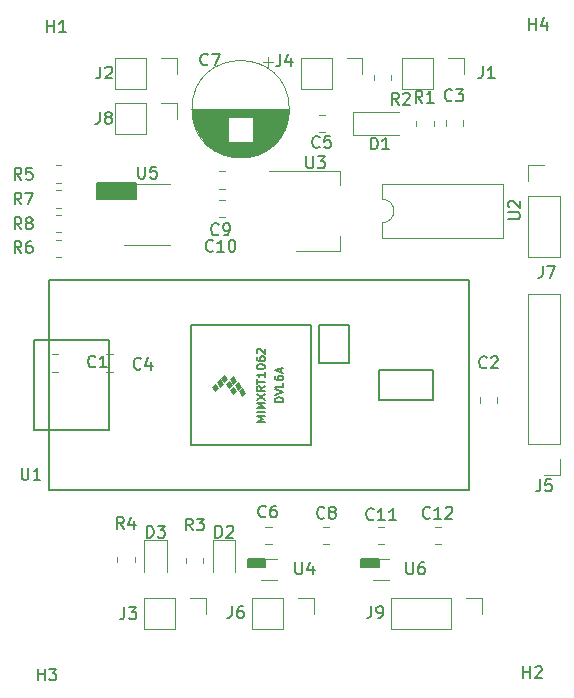
<source format=gbr>
%TF.GenerationSoftware,KiCad,Pcbnew,6.99.0-unknown-e4798199c6~148~ubuntu20.04.1*%
%TF.CreationDate,2022-06-12T18:05:56+02:00*%
%TF.ProjectId,MTRON_PCB,4d54524f-4e5f-4504-9342-2e6b69636164,rev?*%
%TF.SameCoordinates,Original*%
%TF.FileFunction,Legend,Top*%
%TF.FilePolarity,Positive*%
%FSLAX46Y46*%
G04 Gerber Fmt 4.6, Leading zero omitted, Abs format (unit mm)*
G04 Created by KiCad (PCBNEW 6.99.0-unknown-e4798199c6~148~ubuntu20.04.1) date 2022-06-12 18:05:56*
%MOMM*%
%LPD*%
G01*
G04 APERTURE LIST*
%ADD10C,0.150000*%
%ADD11C,0.120000*%
%ADD12C,0.100000*%
G04 APERTURE END LIST*
D10*
X137140000Y-108640000D02*
X138590000Y-108640000D01*
X138590000Y-108640000D02*
X138590000Y-109350000D01*
X138590000Y-109350000D02*
X137140000Y-109350000D01*
X137140000Y-109350000D02*
X137140000Y-108640000D01*
G36*
X137140000Y-108640000D02*
G01*
X138590000Y-108640000D01*
X138590000Y-109350000D01*
X137140000Y-109350000D01*
X137140000Y-108640000D01*
G37*
X146700000Y-108680000D02*
X148220000Y-108680000D01*
X148220000Y-108680000D02*
X148220000Y-109390000D01*
X148220000Y-109390000D02*
X146700000Y-109390000D01*
X146700000Y-109390000D02*
X146700000Y-108680000D01*
G36*
X146700000Y-108680000D02*
G01*
X148220000Y-108680000D01*
X148220000Y-109390000D01*
X146700000Y-109390000D01*
X146700000Y-108680000D01*
G37*
X124300000Y-76820000D02*
X127640000Y-76820000D01*
X127640000Y-76820000D02*
X127640000Y-78170000D01*
X127640000Y-78170000D02*
X124300000Y-78170000D01*
X124300000Y-78170000D02*
X124300000Y-76820000D01*
G36*
X124300000Y-76820000D02*
G01*
X127640000Y-76820000D01*
X127640000Y-78170000D01*
X124300000Y-78170000D01*
X124300000Y-76820000D01*
G37*
%TO.C,H3*%
X119338095Y-118967380D02*
X119338095Y-117967380D01*
X119338095Y-118443571D02*
X119909523Y-118443571D01*
X119909523Y-118967380D02*
X119909523Y-117967380D01*
X120290476Y-117967380D02*
X120909523Y-117967380D01*
X120909523Y-117967380D02*
X120576190Y-118348333D01*
X120576190Y-118348333D02*
X120719047Y-118348333D01*
X120719047Y-118348333D02*
X120814285Y-118395952D01*
X120814285Y-118395952D02*
X120861904Y-118443571D01*
X120861904Y-118443571D02*
X120909523Y-118538809D01*
X120909523Y-118538809D02*
X120909523Y-118776904D01*
X120909523Y-118776904D02*
X120861904Y-118872142D01*
X120861904Y-118872142D02*
X120814285Y-118919761D01*
X120814285Y-118919761D02*
X120719047Y-118967380D01*
X120719047Y-118967380D02*
X120433333Y-118967380D01*
X120433333Y-118967380D02*
X120338095Y-118919761D01*
X120338095Y-118919761D02*
X120290476Y-118872142D01*
%TO.C,H2*%
X160438095Y-118767380D02*
X160438095Y-117767380D01*
X160438095Y-118243571D02*
X161009523Y-118243571D01*
X161009523Y-118767380D02*
X161009523Y-117767380D01*
X161438095Y-117862619D02*
X161485714Y-117815000D01*
X161485714Y-117815000D02*
X161580952Y-117767380D01*
X161580952Y-117767380D02*
X161819047Y-117767380D01*
X161819047Y-117767380D02*
X161914285Y-117815000D01*
X161914285Y-117815000D02*
X161961904Y-117862619D01*
X161961904Y-117862619D02*
X162009523Y-117957857D01*
X162009523Y-117957857D02*
X162009523Y-118053095D01*
X162009523Y-118053095D02*
X161961904Y-118195952D01*
X161961904Y-118195952D02*
X161390476Y-118767380D01*
X161390476Y-118767380D02*
X162009523Y-118767380D01*
%TO.C,H4*%
X160938095Y-63867380D02*
X160938095Y-62867380D01*
X160938095Y-63343571D02*
X161509523Y-63343571D01*
X161509523Y-63867380D02*
X161509523Y-62867380D01*
X162414285Y-63200714D02*
X162414285Y-63867380D01*
X162176190Y-62819761D02*
X161938095Y-63534047D01*
X161938095Y-63534047D02*
X162557142Y-63534047D01*
%TO.C,H1*%
X120138095Y-64067380D02*
X120138095Y-63067380D01*
X120138095Y-63543571D02*
X120709523Y-63543571D01*
X120709523Y-64067380D02*
X120709523Y-63067380D01*
X121709523Y-64067380D02*
X121138095Y-64067380D01*
X121423809Y-64067380D02*
X121423809Y-63067380D01*
X121423809Y-63067380D02*
X121328571Y-63210238D01*
X121328571Y-63210238D02*
X121233333Y-63305476D01*
X121233333Y-63305476D02*
X121138095Y-63353095D01*
%TO.C,J2*%
X124616666Y-66987380D02*
X124616666Y-67701666D01*
X124616666Y-67701666D02*
X124569047Y-67844523D01*
X124569047Y-67844523D02*
X124473809Y-67939761D01*
X124473809Y-67939761D02*
X124330952Y-67987380D01*
X124330952Y-67987380D02*
X124235714Y-67987380D01*
X125045238Y-67082619D02*
X125092857Y-67035000D01*
X125092857Y-67035000D02*
X125188095Y-66987380D01*
X125188095Y-66987380D02*
X125426190Y-66987380D01*
X125426190Y-66987380D02*
X125521428Y-67035000D01*
X125521428Y-67035000D02*
X125569047Y-67082619D01*
X125569047Y-67082619D02*
X125616666Y-67177857D01*
X125616666Y-67177857D02*
X125616666Y-67273095D01*
X125616666Y-67273095D02*
X125569047Y-67415952D01*
X125569047Y-67415952D02*
X124997619Y-67987380D01*
X124997619Y-67987380D02*
X125616666Y-67987380D01*
%TO.C,J7*%
X162066666Y-83867380D02*
X162066666Y-84581666D01*
X162066666Y-84581666D02*
X162019047Y-84724523D01*
X162019047Y-84724523D02*
X161923809Y-84819761D01*
X161923809Y-84819761D02*
X161780952Y-84867380D01*
X161780952Y-84867380D02*
X161685714Y-84867380D01*
X162447619Y-83867380D02*
X163114285Y-83867380D01*
X163114285Y-83867380D02*
X162685714Y-84867380D01*
%TO.C,R7*%
X117933333Y-78667380D02*
X117600000Y-78191190D01*
X117361905Y-78667380D02*
X117361905Y-77667380D01*
X117361905Y-77667380D02*
X117742857Y-77667380D01*
X117742857Y-77667380D02*
X117838095Y-77715000D01*
X117838095Y-77715000D02*
X117885714Y-77762619D01*
X117885714Y-77762619D02*
X117933333Y-77857857D01*
X117933333Y-77857857D02*
X117933333Y-78000714D01*
X117933333Y-78000714D02*
X117885714Y-78095952D01*
X117885714Y-78095952D02*
X117838095Y-78143571D01*
X117838095Y-78143571D02*
X117742857Y-78191190D01*
X117742857Y-78191190D02*
X117361905Y-78191190D01*
X118266667Y-77667380D02*
X118933333Y-77667380D01*
X118933333Y-77667380D02*
X118504762Y-78667380D01*
%TO.C,R4*%
X126623333Y-106147380D02*
X126290000Y-105671190D01*
X126051905Y-106147380D02*
X126051905Y-105147380D01*
X126051905Y-105147380D02*
X126432857Y-105147380D01*
X126432857Y-105147380D02*
X126528095Y-105195000D01*
X126528095Y-105195000D02*
X126575714Y-105242619D01*
X126575714Y-105242619D02*
X126623333Y-105337857D01*
X126623333Y-105337857D02*
X126623333Y-105480714D01*
X126623333Y-105480714D02*
X126575714Y-105575952D01*
X126575714Y-105575952D02*
X126528095Y-105623571D01*
X126528095Y-105623571D02*
X126432857Y-105671190D01*
X126432857Y-105671190D02*
X126051905Y-105671190D01*
X127480476Y-105480714D02*
X127480476Y-106147380D01*
X127242381Y-105099761D02*
X127004286Y-105814047D01*
X127004286Y-105814047D02*
X127623333Y-105814047D01*
%TO.C,R3*%
X132443333Y-106267380D02*
X132110000Y-105791190D01*
X131871905Y-106267380D02*
X131871905Y-105267380D01*
X131871905Y-105267380D02*
X132252857Y-105267380D01*
X132252857Y-105267380D02*
X132348095Y-105315000D01*
X132348095Y-105315000D02*
X132395714Y-105362619D01*
X132395714Y-105362619D02*
X132443333Y-105457857D01*
X132443333Y-105457857D02*
X132443333Y-105600714D01*
X132443333Y-105600714D02*
X132395714Y-105695952D01*
X132395714Y-105695952D02*
X132348095Y-105743571D01*
X132348095Y-105743571D02*
X132252857Y-105791190D01*
X132252857Y-105791190D02*
X131871905Y-105791190D01*
X132776667Y-105267380D02*
X133395714Y-105267380D01*
X133395714Y-105267380D02*
X133062381Y-105648333D01*
X133062381Y-105648333D02*
X133205238Y-105648333D01*
X133205238Y-105648333D02*
X133300476Y-105695952D01*
X133300476Y-105695952D02*
X133348095Y-105743571D01*
X133348095Y-105743571D02*
X133395714Y-105838809D01*
X133395714Y-105838809D02*
X133395714Y-106076904D01*
X133395714Y-106076904D02*
X133348095Y-106172142D01*
X133348095Y-106172142D02*
X133300476Y-106219761D01*
X133300476Y-106219761D02*
X133205238Y-106267380D01*
X133205238Y-106267380D02*
X132919524Y-106267380D01*
X132919524Y-106267380D02*
X132824286Y-106219761D01*
X132824286Y-106219761D02*
X132776667Y-106172142D01*
%TO.C,C9*%
X134633333Y-81172142D02*
X134585714Y-81219761D01*
X134585714Y-81219761D02*
X134442857Y-81267380D01*
X134442857Y-81267380D02*
X134347619Y-81267380D01*
X134347619Y-81267380D02*
X134204762Y-81219761D01*
X134204762Y-81219761D02*
X134109524Y-81124523D01*
X134109524Y-81124523D02*
X134061905Y-81029285D01*
X134061905Y-81029285D02*
X134014286Y-80838809D01*
X134014286Y-80838809D02*
X134014286Y-80695952D01*
X134014286Y-80695952D02*
X134061905Y-80505476D01*
X134061905Y-80505476D02*
X134109524Y-80410238D01*
X134109524Y-80410238D02*
X134204762Y-80315000D01*
X134204762Y-80315000D02*
X134347619Y-80267380D01*
X134347619Y-80267380D02*
X134442857Y-80267380D01*
X134442857Y-80267380D02*
X134585714Y-80315000D01*
X134585714Y-80315000D02*
X134633333Y-80362619D01*
X135109524Y-81267380D02*
X135300000Y-81267380D01*
X135300000Y-81267380D02*
X135395238Y-81219761D01*
X135395238Y-81219761D02*
X135442857Y-81172142D01*
X135442857Y-81172142D02*
X135538095Y-81029285D01*
X135538095Y-81029285D02*
X135585714Y-80838809D01*
X135585714Y-80838809D02*
X135585714Y-80457857D01*
X135585714Y-80457857D02*
X135538095Y-80362619D01*
X135538095Y-80362619D02*
X135490476Y-80315000D01*
X135490476Y-80315000D02*
X135395238Y-80267380D01*
X135395238Y-80267380D02*
X135204762Y-80267380D01*
X135204762Y-80267380D02*
X135109524Y-80315000D01*
X135109524Y-80315000D02*
X135061905Y-80362619D01*
X135061905Y-80362619D02*
X135014286Y-80457857D01*
X135014286Y-80457857D02*
X135014286Y-80695952D01*
X135014286Y-80695952D02*
X135061905Y-80791190D01*
X135061905Y-80791190D02*
X135109524Y-80838809D01*
X135109524Y-80838809D02*
X135204762Y-80886428D01*
X135204762Y-80886428D02*
X135395238Y-80886428D01*
X135395238Y-80886428D02*
X135490476Y-80838809D01*
X135490476Y-80838809D02*
X135538095Y-80791190D01*
X135538095Y-80791190D02*
X135585714Y-80695952D01*
%TO.C,U1*%
X117966095Y-100967380D02*
X117966095Y-101776904D01*
X117966095Y-101776904D02*
X118013714Y-101872142D01*
X118013714Y-101872142D02*
X118061333Y-101919761D01*
X118061333Y-101919761D02*
X118156571Y-101967380D01*
X118156571Y-101967380D02*
X118347047Y-101967380D01*
X118347047Y-101967380D02*
X118442285Y-101919761D01*
X118442285Y-101919761D02*
X118489904Y-101872142D01*
X118489904Y-101872142D02*
X118537523Y-101776904D01*
X118537523Y-101776904D02*
X118537523Y-100967380D01*
X119537523Y-101967380D02*
X118966095Y-101967380D01*
X119251809Y-101967380D02*
X119251809Y-100967380D01*
X119251809Y-100967380D02*
X119156571Y-101110238D01*
X119156571Y-101110238D02*
X119061333Y-101205476D01*
X119061333Y-101205476D02*
X118966095Y-101253095D01*
X140085166Y-95380000D02*
X139385166Y-95380000D01*
X139385166Y-95380000D02*
X139385166Y-95213333D01*
X139385166Y-95213333D02*
X139418500Y-95113333D01*
X139418500Y-95113333D02*
X139485166Y-95046667D01*
X139485166Y-95046667D02*
X139551833Y-95013333D01*
X139551833Y-95013333D02*
X139685166Y-94980000D01*
X139685166Y-94980000D02*
X139785166Y-94980000D01*
X139785166Y-94980000D02*
X139918500Y-95013333D01*
X139918500Y-95013333D02*
X139985166Y-95046667D01*
X139985166Y-95046667D02*
X140051833Y-95113333D01*
X140051833Y-95113333D02*
X140085166Y-95213333D01*
X140085166Y-95213333D02*
X140085166Y-95380000D01*
X139385166Y-94780000D02*
X140085166Y-94546667D01*
X140085166Y-94546667D02*
X139385166Y-94313333D01*
X140085166Y-93746667D02*
X140085166Y-94080000D01*
X140085166Y-94080000D02*
X139385166Y-94080000D01*
X139385166Y-93213333D02*
X139385166Y-93346666D01*
X139385166Y-93346666D02*
X139418500Y-93413333D01*
X139418500Y-93413333D02*
X139451833Y-93446666D01*
X139451833Y-93446666D02*
X139551833Y-93513333D01*
X139551833Y-93513333D02*
X139685166Y-93546666D01*
X139685166Y-93546666D02*
X139951833Y-93546666D01*
X139951833Y-93546666D02*
X140018500Y-93513333D01*
X140018500Y-93513333D02*
X140051833Y-93480000D01*
X140051833Y-93480000D02*
X140085166Y-93413333D01*
X140085166Y-93413333D02*
X140085166Y-93280000D01*
X140085166Y-93280000D02*
X140051833Y-93213333D01*
X140051833Y-93213333D02*
X140018500Y-93180000D01*
X140018500Y-93180000D02*
X139951833Y-93146666D01*
X139951833Y-93146666D02*
X139785166Y-93146666D01*
X139785166Y-93146666D02*
X139718500Y-93180000D01*
X139718500Y-93180000D02*
X139685166Y-93213333D01*
X139685166Y-93213333D02*
X139651833Y-93280000D01*
X139651833Y-93280000D02*
X139651833Y-93413333D01*
X139651833Y-93413333D02*
X139685166Y-93480000D01*
X139685166Y-93480000D02*
X139718500Y-93513333D01*
X139718500Y-93513333D02*
X139785166Y-93546666D01*
X139885166Y-92879999D02*
X139885166Y-92546666D01*
X140085166Y-92946666D02*
X139385166Y-92713333D01*
X139385166Y-92713333D02*
X140085166Y-92479999D01*
X138561166Y-97063333D02*
X137861166Y-97063333D01*
X137861166Y-97063333D02*
X138361166Y-96830000D01*
X138361166Y-96830000D02*
X137861166Y-96596666D01*
X137861166Y-96596666D02*
X138561166Y-96596666D01*
X138561166Y-96263333D02*
X137861166Y-96263333D01*
X138561166Y-95930000D02*
X137861166Y-95930000D01*
X137861166Y-95930000D02*
X138361166Y-95696667D01*
X138361166Y-95696667D02*
X137861166Y-95463333D01*
X137861166Y-95463333D02*
X138561166Y-95463333D01*
X137861166Y-95196667D02*
X138561166Y-94730000D01*
X137861166Y-94730000D02*
X138561166Y-95196667D01*
X138561166Y-94063333D02*
X138227833Y-94296666D01*
X138561166Y-94463333D02*
X137861166Y-94463333D01*
X137861166Y-94463333D02*
X137861166Y-94196666D01*
X137861166Y-94196666D02*
X137894500Y-94130000D01*
X137894500Y-94130000D02*
X137927833Y-94096666D01*
X137927833Y-94096666D02*
X137994500Y-94063333D01*
X137994500Y-94063333D02*
X138094500Y-94063333D01*
X138094500Y-94063333D02*
X138161166Y-94096666D01*
X138161166Y-94096666D02*
X138194500Y-94130000D01*
X138194500Y-94130000D02*
X138227833Y-94196666D01*
X138227833Y-94196666D02*
X138227833Y-94463333D01*
X137861166Y-93863333D02*
X137861166Y-93463333D01*
X138561166Y-93663333D02*
X137861166Y-93663333D01*
X138561166Y-92863333D02*
X138561166Y-93263333D01*
X138561166Y-93063333D02*
X137861166Y-93063333D01*
X137861166Y-93063333D02*
X137961166Y-93130000D01*
X137961166Y-93130000D02*
X138027833Y-93196667D01*
X138027833Y-93196667D02*
X138061166Y-93263333D01*
X137861166Y-92430000D02*
X137861166Y-92363333D01*
X137861166Y-92363333D02*
X137894500Y-92296666D01*
X137894500Y-92296666D02*
X137927833Y-92263333D01*
X137927833Y-92263333D02*
X137994500Y-92230000D01*
X137994500Y-92230000D02*
X138127833Y-92196666D01*
X138127833Y-92196666D02*
X138294500Y-92196666D01*
X138294500Y-92196666D02*
X138427833Y-92230000D01*
X138427833Y-92230000D02*
X138494500Y-92263333D01*
X138494500Y-92263333D02*
X138527833Y-92296666D01*
X138527833Y-92296666D02*
X138561166Y-92363333D01*
X138561166Y-92363333D02*
X138561166Y-92430000D01*
X138561166Y-92430000D02*
X138527833Y-92496666D01*
X138527833Y-92496666D02*
X138494500Y-92530000D01*
X138494500Y-92530000D02*
X138427833Y-92563333D01*
X138427833Y-92563333D02*
X138294500Y-92596666D01*
X138294500Y-92596666D02*
X138127833Y-92596666D01*
X138127833Y-92596666D02*
X137994500Y-92563333D01*
X137994500Y-92563333D02*
X137927833Y-92530000D01*
X137927833Y-92530000D02*
X137894500Y-92496666D01*
X137894500Y-92496666D02*
X137861166Y-92430000D01*
X137861166Y-91596666D02*
X137861166Y-91729999D01*
X137861166Y-91729999D02*
X137894500Y-91796666D01*
X137894500Y-91796666D02*
X137927833Y-91829999D01*
X137927833Y-91829999D02*
X138027833Y-91896666D01*
X138027833Y-91896666D02*
X138161166Y-91929999D01*
X138161166Y-91929999D02*
X138427833Y-91929999D01*
X138427833Y-91929999D02*
X138494500Y-91896666D01*
X138494500Y-91896666D02*
X138527833Y-91863333D01*
X138527833Y-91863333D02*
X138561166Y-91796666D01*
X138561166Y-91796666D02*
X138561166Y-91663333D01*
X138561166Y-91663333D02*
X138527833Y-91596666D01*
X138527833Y-91596666D02*
X138494500Y-91563333D01*
X138494500Y-91563333D02*
X138427833Y-91529999D01*
X138427833Y-91529999D02*
X138261166Y-91529999D01*
X138261166Y-91529999D02*
X138194500Y-91563333D01*
X138194500Y-91563333D02*
X138161166Y-91596666D01*
X138161166Y-91596666D02*
X138127833Y-91663333D01*
X138127833Y-91663333D02*
X138127833Y-91796666D01*
X138127833Y-91796666D02*
X138161166Y-91863333D01*
X138161166Y-91863333D02*
X138194500Y-91896666D01*
X138194500Y-91896666D02*
X138261166Y-91929999D01*
X137927833Y-91263332D02*
X137894500Y-91229999D01*
X137894500Y-91229999D02*
X137861166Y-91163332D01*
X137861166Y-91163332D02*
X137861166Y-90996666D01*
X137861166Y-90996666D02*
X137894500Y-90929999D01*
X137894500Y-90929999D02*
X137927833Y-90896666D01*
X137927833Y-90896666D02*
X137994500Y-90863332D01*
X137994500Y-90863332D02*
X138061166Y-90863332D01*
X138061166Y-90863332D02*
X138161166Y-90896666D01*
X138161166Y-90896666D02*
X138561166Y-91296666D01*
X138561166Y-91296666D02*
X138561166Y-90863332D01*
%TO.C,R2*%
X149893333Y-70207380D02*
X149560000Y-69731190D01*
X149321905Y-70207380D02*
X149321905Y-69207380D01*
X149321905Y-69207380D02*
X149702857Y-69207380D01*
X149702857Y-69207380D02*
X149798095Y-69255000D01*
X149798095Y-69255000D02*
X149845714Y-69302619D01*
X149845714Y-69302619D02*
X149893333Y-69397857D01*
X149893333Y-69397857D02*
X149893333Y-69540714D01*
X149893333Y-69540714D02*
X149845714Y-69635952D01*
X149845714Y-69635952D02*
X149798095Y-69683571D01*
X149798095Y-69683571D02*
X149702857Y-69731190D01*
X149702857Y-69731190D02*
X149321905Y-69731190D01*
X150274286Y-69302619D02*
X150321905Y-69255000D01*
X150321905Y-69255000D02*
X150417143Y-69207380D01*
X150417143Y-69207380D02*
X150655238Y-69207380D01*
X150655238Y-69207380D02*
X150750476Y-69255000D01*
X150750476Y-69255000D02*
X150798095Y-69302619D01*
X150798095Y-69302619D02*
X150845714Y-69397857D01*
X150845714Y-69397857D02*
X150845714Y-69493095D01*
X150845714Y-69493095D02*
X150798095Y-69635952D01*
X150798095Y-69635952D02*
X150226667Y-70207380D01*
X150226667Y-70207380D02*
X150845714Y-70207380D01*
%TO.C,J6*%
X135766666Y-112667380D02*
X135766666Y-113381666D01*
X135766666Y-113381666D02*
X135719047Y-113524523D01*
X135719047Y-113524523D02*
X135623809Y-113619761D01*
X135623809Y-113619761D02*
X135480952Y-113667380D01*
X135480952Y-113667380D02*
X135385714Y-113667380D01*
X136671428Y-112667380D02*
X136480952Y-112667380D01*
X136480952Y-112667380D02*
X136385714Y-112715000D01*
X136385714Y-112715000D02*
X136338095Y-112762619D01*
X136338095Y-112762619D02*
X136242857Y-112905476D01*
X136242857Y-112905476D02*
X136195238Y-113095952D01*
X136195238Y-113095952D02*
X136195238Y-113476904D01*
X136195238Y-113476904D02*
X136242857Y-113572142D01*
X136242857Y-113572142D02*
X136290476Y-113619761D01*
X136290476Y-113619761D02*
X136385714Y-113667380D01*
X136385714Y-113667380D02*
X136576190Y-113667380D01*
X136576190Y-113667380D02*
X136671428Y-113619761D01*
X136671428Y-113619761D02*
X136719047Y-113572142D01*
X136719047Y-113572142D02*
X136766666Y-113476904D01*
X136766666Y-113476904D02*
X136766666Y-113238809D01*
X136766666Y-113238809D02*
X136719047Y-113143571D01*
X136719047Y-113143571D02*
X136671428Y-113095952D01*
X136671428Y-113095952D02*
X136576190Y-113048333D01*
X136576190Y-113048333D02*
X136385714Y-113048333D01*
X136385714Y-113048333D02*
X136290476Y-113095952D01*
X136290476Y-113095952D02*
X136242857Y-113143571D01*
X136242857Y-113143571D02*
X136195238Y-113238809D01*
%TO.C,J5*%
X161866666Y-101947380D02*
X161866666Y-102661666D01*
X161866666Y-102661666D02*
X161819047Y-102804523D01*
X161819047Y-102804523D02*
X161723809Y-102899761D01*
X161723809Y-102899761D02*
X161580952Y-102947380D01*
X161580952Y-102947380D02*
X161485714Y-102947380D01*
X162819047Y-101947380D02*
X162342857Y-101947380D01*
X162342857Y-101947380D02*
X162295238Y-102423571D01*
X162295238Y-102423571D02*
X162342857Y-102375952D01*
X162342857Y-102375952D02*
X162438095Y-102328333D01*
X162438095Y-102328333D02*
X162676190Y-102328333D01*
X162676190Y-102328333D02*
X162771428Y-102375952D01*
X162771428Y-102375952D02*
X162819047Y-102423571D01*
X162819047Y-102423571D02*
X162866666Y-102518809D01*
X162866666Y-102518809D02*
X162866666Y-102756904D01*
X162866666Y-102756904D02*
X162819047Y-102852142D01*
X162819047Y-102852142D02*
X162771428Y-102899761D01*
X162771428Y-102899761D02*
X162676190Y-102947380D01*
X162676190Y-102947380D02*
X162438095Y-102947380D01*
X162438095Y-102947380D02*
X162342857Y-102899761D01*
X162342857Y-102899761D02*
X162295238Y-102852142D01*
%TO.C,C10*%
X134157142Y-82572142D02*
X134109523Y-82619761D01*
X134109523Y-82619761D02*
X133966666Y-82667380D01*
X133966666Y-82667380D02*
X133871428Y-82667380D01*
X133871428Y-82667380D02*
X133728571Y-82619761D01*
X133728571Y-82619761D02*
X133633333Y-82524523D01*
X133633333Y-82524523D02*
X133585714Y-82429285D01*
X133585714Y-82429285D02*
X133538095Y-82238809D01*
X133538095Y-82238809D02*
X133538095Y-82095952D01*
X133538095Y-82095952D02*
X133585714Y-81905476D01*
X133585714Y-81905476D02*
X133633333Y-81810238D01*
X133633333Y-81810238D02*
X133728571Y-81715000D01*
X133728571Y-81715000D02*
X133871428Y-81667380D01*
X133871428Y-81667380D02*
X133966666Y-81667380D01*
X133966666Y-81667380D02*
X134109523Y-81715000D01*
X134109523Y-81715000D02*
X134157142Y-81762619D01*
X135109523Y-82667380D02*
X134538095Y-82667380D01*
X134823809Y-82667380D02*
X134823809Y-81667380D01*
X134823809Y-81667380D02*
X134728571Y-81810238D01*
X134728571Y-81810238D02*
X134633333Y-81905476D01*
X134633333Y-81905476D02*
X134538095Y-81953095D01*
X135728571Y-81667380D02*
X135823809Y-81667380D01*
X135823809Y-81667380D02*
X135919047Y-81715000D01*
X135919047Y-81715000D02*
X135966666Y-81762619D01*
X135966666Y-81762619D02*
X136014285Y-81857857D01*
X136014285Y-81857857D02*
X136061904Y-82048333D01*
X136061904Y-82048333D02*
X136061904Y-82286428D01*
X136061904Y-82286428D02*
X136014285Y-82476904D01*
X136014285Y-82476904D02*
X135966666Y-82572142D01*
X135966666Y-82572142D02*
X135919047Y-82619761D01*
X135919047Y-82619761D02*
X135823809Y-82667380D01*
X135823809Y-82667380D02*
X135728571Y-82667380D01*
X135728571Y-82667380D02*
X135633333Y-82619761D01*
X135633333Y-82619761D02*
X135585714Y-82572142D01*
X135585714Y-82572142D02*
X135538095Y-82476904D01*
X135538095Y-82476904D02*
X135490476Y-82286428D01*
X135490476Y-82286428D02*
X135490476Y-82048333D01*
X135490476Y-82048333D02*
X135538095Y-81857857D01*
X135538095Y-81857857D02*
X135585714Y-81762619D01*
X135585714Y-81762619D02*
X135633333Y-81715000D01*
X135633333Y-81715000D02*
X135728571Y-81667380D01*
%TO.C,C2*%
X157333333Y-92434642D02*
X157285714Y-92482261D01*
X157285714Y-92482261D02*
X157142857Y-92529880D01*
X157142857Y-92529880D02*
X157047619Y-92529880D01*
X157047619Y-92529880D02*
X156904762Y-92482261D01*
X156904762Y-92482261D02*
X156809524Y-92387023D01*
X156809524Y-92387023D02*
X156761905Y-92291785D01*
X156761905Y-92291785D02*
X156714286Y-92101309D01*
X156714286Y-92101309D02*
X156714286Y-91958452D01*
X156714286Y-91958452D02*
X156761905Y-91767976D01*
X156761905Y-91767976D02*
X156809524Y-91672738D01*
X156809524Y-91672738D02*
X156904762Y-91577500D01*
X156904762Y-91577500D02*
X157047619Y-91529880D01*
X157047619Y-91529880D02*
X157142857Y-91529880D01*
X157142857Y-91529880D02*
X157285714Y-91577500D01*
X157285714Y-91577500D02*
X157333333Y-91625119D01*
X157714286Y-91625119D02*
X157761905Y-91577500D01*
X157761905Y-91577500D02*
X157857143Y-91529880D01*
X157857143Y-91529880D02*
X158095238Y-91529880D01*
X158095238Y-91529880D02*
X158190476Y-91577500D01*
X158190476Y-91577500D02*
X158238095Y-91625119D01*
X158238095Y-91625119D02*
X158285714Y-91720357D01*
X158285714Y-91720357D02*
X158285714Y-91815595D01*
X158285714Y-91815595D02*
X158238095Y-91958452D01*
X158238095Y-91958452D02*
X157666667Y-92529880D01*
X157666667Y-92529880D02*
X158285714Y-92529880D01*
%TO.C,R8*%
X117933333Y-80767380D02*
X117600000Y-80291190D01*
X117361905Y-80767380D02*
X117361905Y-79767380D01*
X117361905Y-79767380D02*
X117742857Y-79767380D01*
X117742857Y-79767380D02*
X117838095Y-79815000D01*
X117838095Y-79815000D02*
X117885714Y-79862619D01*
X117885714Y-79862619D02*
X117933333Y-79957857D01*
X117933333Y-79957857D02*
X117933333Y-80100714D01*
X117933333Y-80100714D02*
X117885714Y-80195952D01*
X117885714Y-80195952D02*
X117838095Y-80243571D01*
X117838095Y-80243571D02*
X117742857Y-80291190D01*
X117742857Y-80291190D02*
X117361905Y-80291190D01*
X118504762Y-80195952D02*
X118409524Y-80148333D01*
X118409524Y-80148333D02*
X118361905Y-80100714D01*
X118361905Y-80100714D02*
X118314286Y-80005476D01*
X118314286Y-80005476D02*
X118314286Y-79957857D01*
X118314286Y-79957857D02*
X118361905Y-79862619D01*
X118361905Y-79862619D02*
X118409524Y-79815000D01*
X118409524Y-79815000D02*
X118504762Y-79767380D01*
X118504762Y-79767380D02*
X118695238Y-79767380D01*
X118695238Y-79767380D02*
X118790476Y-79815000D01*
X118790476Y-79815000D02*
X118838095Y-79862619D01*
X118838095Y-79862619D02*
X118885714Y-79957857D01*
X118885714Y-79957857D02*
X118885714Y-80005476D01*
X118885714Y-80005476D02*
X118838095Y-80100714D01*
X118838095Y-80100714D02*
X118790476Y-80148333D01*
X118790476Y-80148333D02*
X118695238Y-80195952D01*
X118695238Y-80195952D02*
X118504762Y-80195952D01*
X118504762Y-80195952D02*
X118409524Y-80243571D01*
X118409524Y-80243571D02*
X118361905Y-80291190D01*
X118361905Y-80291190D02*
X118314286Y-80386428D01*
X118314286Y-80386428D02*
X118314286Y-80576904D01*
X118314286Y-80576904D02*
X118361905Y-80672142D01*
X118361905Y-80672142D02*
X118409524Y-80719761D01*
X118409524Y-80719761D02*
X118504762Y-80767380D01*
X118504762Y-80767380D02*
X118695238Y-80767380D01*
X118695238Y-80767380D02*
X118790476Y-80719761D01*
X118790476Y-80719761D02*
X118838095Y-80672142D01*
X118838095Y-80672142D02*
X118885714Y-80576904D01*
X118885714Y-80576904D02*
X118885714Y-80386428D01*
X118885714Y-80386428D02*
X118838095Y-80291190D01*
X118838095Y-80291190D02*
X118790476Y-80243571D01*
X118790476Y-80243571D02*
X118695238Y-80195952D01*
%TO.C,C6*%
X138633333Y-105072142D02*
X138585714Y-105119761D01*
X138585714Y-105119761D02*
X138442857Y-105167380D01*
X138442857Y-105167380D02*
X138347619Y-105167380D01*
X138347619Y-105167380D02*
X138204762Y-105119761D01*
X138204762Y-105119761D02*
X138109524Y-105024523D01*
X138109524Y-105024523D02*
X138061905Y-104929285D01*
X138061905Y-104929285D02*
X138014286Y-104738809D01*
X138014286Y-104738809D02*
X138014286Y-104595952D01*
X138014286Y-104595952D02*
X138061905Y-104405476D01*
X138061905Y-104405476D02*
X138109524Y-104310238D01*
X138109524Y-104310238D02*
X138204762Y-104215000D01*
X138204762Y-104215000D02*
X138347619Y-104167380D01*
X138347619Y-104167380D02*
X138442857Y-104167380D01*
X138442857Y-104167380D02*
X138585714Y-104215000D01*
X138585714Y-104215000D02*
X138633333Y-104262619D01*
X139490476Y-104167380D02*
X139300000Y-104167380D01*
X139300000Y-104167380D02*
X139204762Y-104215000D01*
X139204762Y-104215000D02*
X139157143Y-104262619D01*
X139157143Y-104262619D02*
X139061905Y-104405476D01*
X139061905Y-104405476D02*
X139014286Y-104595952D01*
X139014286Y-104595952D02*
X139014286Y-104976904D01*
X139014286Y-104976904D02*
X139061905Y-105072142D01*
X139061905Y-105072142D02*
X139109524Y-105119761D01*
X139109524Y-105119761D02*
X139204762Y-105167380D01*
X139204762Y-105167380D02*
X139395238Y-105167380D01*
X139395238Y-105167380D02*
X139490476Y-105119761D01*
X139490476Y-105119761D02*
X139538095Y-105072142D01*
X139538095Y-105072142D02*
X139585714Y-104976904D01*
X139585714Y-104976904D02*
X139585714Y-104738809D01*
X139585714Y-104738809D02*
X139538095Y-104643571D01*
X139538095Y-104643571D02*
X139490476Y-104595952D01*
X139490476Y-104595952D02*
X139395238Y-104548333D01*
X139395238Y-104548333D02*
X139204762Y-104548333D01*
X139204762Y-104548333D02*
X139109524Y-104595952D01*
X139109524Y-104595952D02*
X139061905Y-104643571D01*
X139061905Y-104643571D02*
X139014286Y-104738809D01*
%TO.C,U3*%
X142078095Y-74587380D02*
X142078095Y-75396904D01*
X142078095Y-75396904D02*
X142125714Y-75492142D01*
X142125714Y-75492142D02*
X142173333Y-75539761D01*
X142173333Y-75539761D02*
X142268571Y-75587380D01*
X142268571Y-75587380D02*
X142459047Y-75587380D01*
X142459047Y-75587380D02*
X142554285Y-75539761D01*
X142554285Y-75539761D02*
X142601904Y-75492142D01*
X142601904Y-75492142D02*
X142649523Y-75396904D01*
X142649523Y-75396904D02*
X142649523Y-74587380D01*
X143030476Y-74587380D02*
X143649523Y-74587380D01*
X143649523Y-74587380D02*
X143316190Y-74968333D01*
X143316190Y-74968333D02*
X143459047Y-74968333D01*
X143459047Y-74968333D02*
X143554285Y-75015952D01*
X143554285Y-75015952D02*
X143601904Y-75063571D01*
X143601904Y-75063571D02*
X143649523Y-75158809D01*
X143649523Y-75158809D02*
X143649523Y-75396904D01*
X143649523Y-75396904D02*
X143601904Y-75492142D01*
X143601904Y-75492142D02*
X143554285Y-75539761D01*
X143554285Y-75539761D02*
X143459047Y-75587380D01*
X143459047Y-75587380D02*
X143173333Y-75587380D01*
X143173333Y-75587380D02*
X143078095Y-75539761D01*
X143078095Y-75539761D02*
X143030476Y-75492142D01*
%TO.C,C11*%
X147757142Y-105292142D02*
X147709523Y-105339761D01*
X147709523Y-105339761D02*
X147566666Y-105387380D01*
X147566666Y-105387380D02*
X147471428Y-105387380D01*
X147471428Y-105387380D02*
X147328571Y-105339761D01*
X147328571Y-105339761D02*
X147233333Y-105244523D01*
X147233333Y-105244523D02*
X147185714Y-105149285D01*
X147185714Y-105149285D02*
X147138095Y-104958809D01*
X147138095Y-104958809D02*
X147138095Y-104815952D01*
X147138095Y-104815952D02*
X147185714Y-104625476D01*
X147185714Y-104625476D02*
X147233333Y-104530238D01*
X147233333Y-104530238D02*
X147328571Y-104435000D01*
X147328571Y-104435000D02*
X147471428Y-104387380D01*
X147471428Y-104387380D02*
X147566666Y-104387380D01*
X147566666Y-104387380D02*
X147709523Y-104435000D01*
X147709523Y-104435000D02*
X147757142Y-104482619D01*
X148709523Y-105387380D02*
X148138095Y-105387380D01*
X148423809Y-105387380D02*
X148423809Y-104387380D01*
X148423809Y-104387380D02*
X148328571Y-104530238D01*
X148328571Y-104530238D02*
X148233333Y-104625476D01*
X148233333Y-104625476D02*
X148138095Y-104673095D01*
X149661904Y-105387380D02*
X149090476Y-105387380D01*
X149376190Y-105387380D02*
X149376190Y-104387380D01*
X149376190Y-104387380D02*
X149280952Y-104530238D01*
X149280952Y-104530238D02*
X149185714Y-104625476D01*
X149185714Y-104625476D02*
X149090476Y-104673095D01*
%TO.C,J3*%
X126666666Y-112767380D02*
X126666666Y-113481666D01*
X126666666Y-113481666D02*
X126619047Y-113624523D01*
X126619047Y-113624523D02*
X126523809Y-113719761D01*
X126523809Y-113719761D02*
X126380952Y-113767380D01*
X126380952Y-113767380D02*
X126285714Y-113767380D01*
X127047619Y-112767380D02*
X127666666Y-112767380D01*
X127666666Y-112767380D02*
X127333333Y-113148333D01*
X127333333Y-113148333D02*
X127476190Y-113148333D01*
X127476190Y-113148333D02*
X127571428Y-113195952D01*
X127571428Y-113195952D02*
X127619047Y-113243571D01*
X127619047Y-113243571D02*
X127666666Y-113338809D01*
X127666666Y-113338809D02*
X127666666Y-113576904D01*
X127666666Y-113576904D02*
X127619047Y-113672142D01*
X127619047Y-113672142D02*
X127571428Y-113719761D01*
X127571428Y-113719761D02*
X127476190Y-113767380D01*
X127476190Y-113767380D02*
X127190476Y-113767380D01*
X127190476Y-113767380D02*
X127095238Y-113719761D01*
X127095238Y-113719761D02*
X127047619Y-113672142D01*
%TO.C,R6*%
X117933333Y-82767380D02*
X117600000Y-82291190D01*
X117361905Y-82767380D02*
X117361905Y-81767380D01*
X117361905Y-81767380D02*
X117742857Y-81767380D01*
X117742857Y-81767380D02*
X117838095Y-81815000D01*
X117838095Y-81815000D02*
X117885714Y-81862619D01*
X117885714Y-81862619D02*
X117933333Y-81957857D01*
X117933333Y-81957857D02*
X117933333Y-82100714D01*
X117933333Y-82100714D02*
X117885714Y-82195952D01*
X117885714Y-82195952D02*
X117838095Y-82243571D01*
X117838095Y-82243571D02*
X117742857Y-82291190D01*
X117742857Y-82291190D02*
X117361905Y-82291190D01*
X118790476Y-81767380D02*
X118600000Y-81767380D01*
X118600000Y-81767380D02*
X118504762Y-81815000D01*
X118504762Y-81815000D02*
X118457143Y-81862619D01*
X118457143Y-81862619D02*
X118361905Y-82005476D01*
X118361905Y-82005476D02*
X118314286Y-82195952D01*
X118314286Y-82195952D02*
X118314286Y-82576904D01*
X118314286Y-82576904D02*
X118361905Y-82672142D01*
X118361905Y-82672142D02*
X118409524Y-82719761D01*
X118409524Y-82719761D02*
X118504762Y-82767380D01*
X118504762Y-82767380D02*
X118695238Y-82767380D01*
X118695238Y-82767380D02*
X118790476Y-82719761D01*
X118790476Y-82719761D02*
X118838095Y-82672142D01*
X118838095Y-82672142D02*
X118885714Y-82576904D01*
X118885714Y-82576904D02*
X118885714Y-82338809D01*
X118885714Y-82338809D02*
X118838095Y-82243571D01*
X118838095Y-82243571D02*
X118790476Y-82195952D01*
X118790476Y-82195952D02*
X118695238Y-82148333D01*
X118695238Y-82148333D02*
X118504762Y-82148333D01*
X118504762Y-82148333D02*
X118409524Y-82195952D01*
X118409524Y-82195952D02*
X118361905Y-82243571D01*
X118361905Y-82243571D02*
X118314286Y-82338809D01*
%TO.C,J1*%
X157020666Y-66967380D02*
X157020666Y-67681666D01*
X157020666Y-67681666D02*
X156973047Y-67824523D01*
X156973047Y-67824523D02*
X156877809Y-67919761D01*
X156877809Y-67919761D02*
X156734952Y-67967380D01*
X156734952Y-67967380D02*
X156639714Y-67967380D01*
X158020666Y-67967380D02*
X157449238Y-67967380D01*
X157734952Y-67967380D02*
X157734952Y-66967380D01*
X157734952Y-66967380D02*
X157639714Y-67110238D01*
X157639714Y-67110238D02*
X157544476Y-67205476D01*
X157544476Y-67205476D02*
X157449238Y-67253095D01*
%TO.C,C3*%
X154383333Y-69822142D02*
X154335714Y-69869761D01*
X154335714Y-69869761D02*
X154192857Y-69917380D01*
X154192857Y-69917380D02*
X154097619Y-69917380D01*
X154097619Y-69917380D02*
X153954762Y-69869761D01*
X153954762Y-69869761D02*
X153859524Y-69774523D01*
X153859524Y-69774523D02*
X153811905Y-69679285D01*
X153811905Y-69679285D02*
X153764286Y-69488809D01*
X153764286Y-69488809D02*
X153764286Y-69345952D01*
X153764286Y-69345952D02*
X153811905Y-69155476D01*
X153811905Y-69155476D02*
X153859524Y-69060238D01*
X153859524Y-69060238D02*
X153954762Y-68965000D01*
X153954762Y-68965000D02*
X154097619Y-68917380D01*
X154097619Y-68917380D02*
X154192857Y-68917380D01*
X154192857Y-68917380D02*
X154335714Y-68965000D01*
X154335714Y-68965000D02*
X154383333Y-69012619D01*
X154716667Y-68917380D02*
X155335714Y-68917380D01*
X155335714Y-68917380D02*
X155002381Y-69298333D01*
X155002381Y-69298333D02*
X155145238Y-69298333D01*
X155145238Y-69298333D02*
X155240476Y-69345952D01*
X155240476Y-69345952D02*
X155288095Y-69393571D01*
X155288095Y-69393571D02*
X155335714Y-69488809D01*
X155335714Y-69488809D02*
X155335714Y-69726904D01*
X155335714Y-69726904D02*
X155288095Y-69822142D01*
X155288095Y-69822142D02*
X155240476Y-69869761D01*
X155240476Y-69869761D02*
X155145238Y-69917380D01*
X155145238Y-69917380D02*
X154859524Y-69917380D01*
X154859524Y-69917380D02*
X154764286Y-69869761D01*
X154764286Y-69869761D02*
X154716667Y-69822142D01*
%TO.C,C8*%
X143595833Y-105172142D02*
X143548214Y-105219761D01*
X143548214Y-105219761D02*
X143405357Y-105267380D01*
X143405357Y-105267380D02*
X143310119Y-105267380D01*
X143310119Y-105267380D02*
X143167262Y-105219761D01*
X143167262Y-105219761D02*
X143072024Y-105124523D01*
X143072024Y-105124523D02*
X143024405Y-105029285D01*
X143024405Y-105029285D02*
X142976786Y-104838809D01*
X142976786Y-104838809D02*
X142976786Y-104695952D01*
X142976786Y-104695952D02*
X143024405Y-104505476D01*
X143024405Y-104505476D02*
X143072024Y-104410238D01*
X143072024Y-104410238D02*
X143167262Y-104315000D01*
X143167262Y-104315000D02*
X143310119Y-104267380D01*
X143310119Y-104267380D02*
X143405357Y-104267380D01*
X143405357Y-104267380D02*
X143548214Y-104315000D01*
X143548214Y-104315000D02*
X143595833Y-104362619D01*
X144167262Y-104695952D02*
X144072024Y-104648333D01*
X144072024Y-104648333D02*
X144024405Y-104600714D01*
X144024405Y-104600714D02*
X143976786Y-104505476D01*
X143976786Y-104505476D02*
X143976786Y-104457857D01*
X143976786Y-104457857D02*
X144024405Y-104362619D01*
X144024405Y-104362619D02*
X144072024Y-104315000D01*
X144072024Y-104315000D02*
X144167262Y-104267380D01*
X144167262Y-104267380D02*
X144357738Y-104267380D01*
X144357738Y-104267380D02*
X144452976Y-104315000D01*
X144452976Y-104315000D02*
X144500595Y-104362619D01*
X144500595Y-104362619D02*
X144548214Y-104457857D01*
X144548214Y-104457857D02*
X144548214Y-104505476D01*
X144548214Y-104505476D02*
X144500595Y-104600714D01*
X144500595Y-104600714D02*
X144452976Y-104648333D01*
X144452976Y-104648333D02*
X144357738Y-104695952D01*
X144357738Y-104695952D02*
X144167262Y-104695952D01*
X144167262Y-104695952D02*
X144072024Y-104743571D01*
X144072024Y-104743571D02*
X144024405Y-104791190D01*
X144024405Y-104791190D02*
X143976786Y-104886428D01*
X143976786Y-104886428D02*
X143976786Y-105076904D01*
X143976786Y-105076904D02*
X144024405Y-105172142D01*
X144024405Y-105172142D02*
X144072024Y-105219761D01*
X144072024Y-105219761D02*
X144167262Y-105267380D01*
X144167262Y-105267380D02*
X144357738Y-105267380D01*
X144357738Y-105267380D02*
X144452976Y-105219761D01*
X144452976Y-105219761D02*
X144500595Y-105172142D01*
X144500595Y-105172142D02*
X144548214Y-105076904D01*
X144548214Y-105076904D02*
X144548214Y-104886428D01*
X144548214Y-104886428D02*
X144500595Y-104791190D01*
X144500595Y-104791190D02*
X144452976Y-104743571D01*
X144452976Y-104743571D02*
X144357738Y-104695952D01*
%TO.C,C5*%
X143183333Y-73772142D02*
X143135714Y-73819761D01*
X143135714Y-73819761D02*
X142992857Y-73867380D01*
X142992857Y-73867380D02*
X142897619Y-73867380D01*
X142897619Y-73867380D02*
X142754762Y-73819761D01*
X142754762Y-73819761D02*
X142659524Y-73724523D01*
X142659524Y-73724523D02*
X142611905Y-73629285D01*
X142611905Y-73629285D02*
X142564286Y-73438809D01*
X142564286Y-73438809D02*
X142564286Y-73295952D01*
X142564286Y-73295952D02*
X142611905Y-73105476D01*
X142611905Y-73105476D02*
X142659524Y-73010238D01*
X142659524Y-73010238D02*
X142754762Y-72915000D01*
X142754762Y-72915000D02*
X142897619Y-72867380D01*
X142897619Y-72867380D02*
X142992857Y-72867380D01*
X142992857Y-72867380D02*
X143135714Y-72915000D01*
X143135714Y-72915000D02*
X143183333Y-72962619D01*
X144088095Y-72867380D02*
X143611905Y-72867380D01*
X143611905Y-72867380D02*
X143564286Y-73343571D01*
X143564286Y-73343571D02*
X143611905Y-73295952D01*
X143611905Y-73295952D02*
X143707143Y-73248333D01*
X143707143Y-73248333D02*
X143945238Y-73248333D01*
X143945238Y-73248333D02*
X144040476Y-73295952D01*
X144040476Y-73295952D02*
X144088095Y-73343571D01*
X144088095Y-73343571D02*
X144135714Y-73438809D01*
X144135714Y-73438809D02*
X144135714Y-73676904D01*
X144135714Y-73676904D02*
X144088095Y-73772142D01*
X144088095Y-73772142D02*
X144040476Y-73819761D01*
X144040476Y-73819761D02*
X143945238Y-73867380D01*
X143945238Y-73867380D02*
X143707143Y-73867380D01*
X143707143Y-73867380D02*
X143611905Y-73819761D01*
X143611905Y-73819761D02*
X143564286Y-73772142D01*
%TO.C,U5*%
X127838095Y-75467380D02*
X127838095Y-76276904D01*
X127838095Y-76276904D02*
X127885714Y-76372142D01*
X127885714Y-76372142D02*
X127933333Y-76419761D01*
X127933333Y-76419761D02*
X128028571Y-76467380D01*
X128028571Y-76467380D02*
X128219047Y-76467380D01*
X128219047Y-76467380D02*
X128314285Y-76419761D01*
X128314285Y-76419761D02*
X128361904Y-76372142D01*
X128361904Y-76372142D02*
X128409523Y-76276904D01*
X128409523Y-76276904D02*
X128409523Y-75467380D01*
X129361904Y-75467380D02*
X128885714Y-75467380D01*
X128885714Y-75467380D02*
X128838095Y-75943571D01*
X128838095Y-75943571D02*
X128885714Y-75895952D01*
X128885714Y-75895952D02*
X128980952Y-75848333D01*
X128980952Y-75848333D02*
X129219047Y-75848333D01*
X129219047Y-75848333D02*
X129314285Y-75895952D01*
X129314285Y-75895952D02*
X129361904Y-75943571D01*
X129361904Y-75943571D02*
X129409523Y-76038809D01*
X129409523Y-76038809D02*
X129409523Y-76276904D01*
X129409523Y-76276904D02*
X129361904Y-76372142D01*
X129361904Y-76372142D02*
X129314285Y-76419761D01*
X129314285Y-76419761D02*
X129219047Y-76467380D01*
X129219047Y-76467380D02*
X128980952Y-76467380D01*
X128980952Y-76467380D02*
X128885714Y-76419761D01*
X128885714Y-76419761D02*
X128838095Y-76372142D01*
%TO.C,D3*%
X128561905Y-106867380D02*
X128561905Y-105867380D01*
X128561905Y-105867380D02*
X128800000Y-105867380D01*
X128800000Y-105867380D02*
X128942857Y-105915000D01*
X128942857Y-105915000D02*
X129038095Y-106010238D01*
X129038095Y-106010238D02*
X129085714Y-106105476D01*
X129085714Y-106105476D02*
X129133333Y-106295952D01*
X129133333Y-106295952D02*
X129133333Y-106438809D01*
X129133333Y-106438809D02*
X129085714Y-106629285D01*
X129085714Y-106629285D02*
X129038095Y-106724523D01*
X129038095Y-106724523D02*
X128942857Y-106819761D01*
X128942857Y-106819761D02*
X128800000Y-106867380D01*
X128800000Y-106867380D02*
X128561905Y-106867380D01*
X129466667Y-105867380D02*
X130085714Y-105867380D01*
X130085714Y-105867380D02*
X129752381Y-106248333D01*
X129752381Y-106248333D02*
X129895238Y-106248333D01*
X129895238Y-106248333D02*
X129990476Y-106295952D01*
X129990476Y-106295952D02*
X130038095Y-106343571D01*
X130038095Y-106343571D02*
X130085714Y-106438809D01*
X130085714Y-106438809D02*
X130085714Y-106676904D01*
X130085714Y-106676904D02*
X130038095Y-106772142D01*
X130038095Y-106772142D02*
X129990476Y-106819761D01*
X129990476Y-106819761D02*
X129895238Y-106867380D01*
X129895238Y-106867380D02*
X129609524Y-106867380D01*
X129609524Y-106867380D02*
X129514286Y-106819761D01*
X129514286Y-106819761D02*
X129466667Y-106772142D01*
%TO.C,J4*%
X139866666Y-65967380D02*
X139866666Y-66681666D01*
X139866666Y-66681666D02*
X139819047Y-66824523D01*
X139819047Y-66824523D02*
X139723809Y-66919761D01*
X139723809Y-66919761D02*
X139580952Y-66967380D01*
X139580952Y-66967380D02*
X139485714Y-66967380D01*
X140771428Y-66300714D02*
X140771428Y-66967380D01*
X140533333Y-65919761D02*
X140295238Y-66634047D01*
X140295238Y-66634047D02*
X140914285Y-66634047D01*
%TO.C,C1*%
X124210833Y-92372142D02*
X124163214Y-92419761D01*
X124163214Y-92419761D02*
X124020357Y-92467380D01*
X124020357Y-92467380D02*
X123925119Y-92467380D01*
X123925119Y-92467380D02*
X123782262Y-92419761D01*
X123782262Y-92419761D02*
X123687024Y-92324523D01*
X123687024Y-92324523D02*
X123639405Y-92229285D01*
X123639405Y-92229285D02*
X123591786Y-92038809D01*
X123591786Y-92038809D02*
X123591786Y-91895952D01*
X123591786Y-91895952D02*
X123639405Y-91705476D01*
X123639405Y-91705476D02*
X123687024Y-91610238D01*
X123687024Y-91610238D02*
X123782262Y-91515000D01*
X123782262Y-91515000D02*
X123925119Y-91467380D01*
X123925119Y-91467380D02*
X124020357Y-91467380D01*
X124020357Y-91467380D02*
X124163214Y-91515000D01*
X124163214Y-91515000D02*
X124210833Y-91562619D01*
X125163214Y-92467380D02*
X124591786Y-92467380D01*
X124877500Y-92467380D02*
X124877500Y-91467380D01*
X124877500Y-91467380D02*
X124782262Y-91610238D01*
X124782262Y-91610238D02*
X124687024Y-91705476D01*
X124687024Y-91705476D02*
X124591786Y-91753095D01*
%TO.C,D1*%
X147531905Y-73997380D02*
X147531905Y-72997380D01*
X147531905Y-72997380D02*
X147770000Y-72997380D01*
X147770000Y-72997380D02*
X147912857Y-73045000D01*
X147912857Y-73045000D02*
X148008095Y-73140238D01*
X148008095Y-73140238D02*
X148055714Y-73235476D01*
X148055714Y-73235476D02*
X148103333Y-73425952D01*
X148103333Y-73425952D02*
X148103333Y-73568809D01*
X148103333Y-73568809D02*
X148055714Y-73759285D01*
X148055714Y-73759285D02*
X148008095Y-73854523D01*
X148008095Y-73854523D02*
X147912857Y-73949761D01*
X147912857Y-73949761D02*
X147770000Y-73997380D01*
X147770000Y-73997380D02*
X147531905Y-73997380D01*
X149055714Y-73997380D02*
X148484286Y-73997380D01*
X148770000Y-73997380D02*
X148770000Y-72997380D01*
X148770000Y-72997380D02*
X148674762Y-73140238D01*
X148674762Y-73140238D02*
X148579524Y-73235476D01*
X148579524Y-73235476D02*
X148484286Y-73283095D01*
%TO.C,J8*%
X124586666Y-70847380D02*
X124586666Y-71561666D01*
X124586666Y-71561666D02*
X124539047Y-71704523D01*
X124539047Y-71704523D02*
X124443809Y-71799761D01*
X124443809Y-71799761D02*
X124300952Y-71847380D01*
X124300952Y-71847380D02*
X124205714Y-71847380D01*
X125205714Y-71275952D02*
X125110476Y-71228333D01*
X125110476Y-71228333D02*
X125062857Y-71180714D01*
X125062857Y-71180714D02*
X125015238Y-71085476D01*
X125015238Y-71085476D02*
X125015238Y-71037857D01*
X125015238Y-71037857D02*
X125062857Y-70942619D01*
X125062857Y-70942619D02*
X125110476Y-70895000D01*
X125110476Y-70895000D02*
X125205714Y-70847380D01*
X125205714Y-70847380D02*
X125396190Y-70847380D01*
X125396190Y-70847380D02*
X125491428Y-70895000D01*
X125491428Y-70895000D02*
X125539047Y-70942619D01*
X125539047Y-70942619D02*
X125586666Y-71037857D01*
X125586666Y-71037857D02*
X125586666Y-71085476D01*
X125586666Y-71085476D02*
X125539047Y-71180714D01*
X125539047Y-71180714D02*
X125491428Y-71228333D01*
X125491428Y-71228333D02*
X125396190Y-71275952D01*
X125396190Y-71275952D02*
X125205714Y-71275952D01*
X125205714Y-71275952D02*
X125110476Y-71323571D01*
X125110476Y-71323571D02*
X125062857Y-71371190D01*
X125062857Y-71371190D02*
X125015238Y-71466428D01*
X125015238Y-71466428D02*
X125015238Y-71656904D01*
X125015238Y-71656904D02*
X125062857Y-71752142D01*
X125062857Y-71752142D02*
X125110476Y-71799761D01*
X125110476Y-71799761D02*
X125205714Y-71847380D01*
X125205714Y-71847380D02*
X125396190Y-71847380D01*
X125396190Y-71847380D02*
X125491428Y-71799761D01*
X125491428Y-71799761D02*
X125539047Y-71752142D01*
X125539047Y-71752142D02*
X125586666Y-71656904D01*
X125586666Y-71656904D02*
X125586666Y-71466428D01*
X125586666Y-71466428D02*
X125539047Y-71371190D01*
X125539047Y-71371190D02*
X125491428Y-71323571D01*
X125491428Y-71323571D02*
X125396190Y-71275952D01*
%TO.C,U4*%
X141138095Y-108967380D02*
X141138095Y-109776904D01*
X141138095Y-109776904D02*
X141185714Y-109872142D01*
X141185714Y-109872142D02*
X141233333Y-109919761D01*
X141233333Y-109919761D02*
X141328571Y-109967380D01*
X141328571Y-109967380D02*
X141519047Y-109967380D01*
X141519047Y-109967380D02*
X141614285Y-109919761D01*
X141614285Y-109919761D02*
X141661904Y-109872142D01*
X141661904Y-109872142D02*
X141709523Y-109776904D01*
X141709523Y-109776904D02*
X141709523Y-108967380D01*
X142614285Y-109300714D02*
X142614285Y-109967380D01*
X142376190Y-108919761D02*
X142138095Y-109634047D01*
X142138095Y-109634047D02*
X142757142Y-109634047D01*
%TO.C,R1*%
X151883333Y-70037380D02*
X151550000Y-69561190D01*
X151311905Y-70037380D02*
X151311905Y-69037380D01*
X151311905Y-69037380D02*
X151692857Y-69037380D01*
X151692857Y-69037380D02*
X151788095Y-69085000D01*
X151788095Y-69085000D02*
X151835714Y-69132619D01*
X151835714Y-69132619D02*
X151883333Y-69227857D01*
X151883333Y-69227857D02*
X151883333Y-69370714D01*
X151883333Y-69370714D02*
X151835714Y-69465952D01*
X151835714Y-69465952D02*
X151788095Y-69513571D01*
X151788095Y-69513571D02*
X151692857Y-69561190D01*
X151692857Y-69561190D02*
X151311905Y-69561190D01*
X152835714Y-70037380D02*
X152264286Y-70037380D01*
X152550000Y-70037380D02*
X152550000Y-69037380D01*
X152550000Y-69037380D02*
X152454762Y-69180238D01*
X152454762Y-69180238D02*
X152359524Y-69275476D01*
X152359524Y-69275476D02*
X152264286Y-69323095D01*
%TO.C,C7*%
X133723333Y-66802142D02*
X133675714Y-66849761D01*
X133675714Y-66849761D02*
X133532857Y-66897380D01*
X133532857Y-66897380D02*
X133437619Y-66897380D01*
X133437619Y-66897380D02*
X133294762Y-66849761D01*
X133294762Y-66849761D02*
X133199524Y-66754523D01*
X133199524Y-66754523D02*
X133151905Y-66659285D01*
X133151905Y-66659285D02*
X133104286Y-66468809D01*
X133104286Y-66468809D02*
X133104286Y-66325952D01*
X133104286Y-66325952D02*
X133151905Y-66135476D01*
X133151905Y-66135476D02*
X133199524Y-66040238D01*
X133199524Y-66040238D02*
X133294762Y-65945000D01*
X133294762Y-65945000D02*
X133437619Y-65897380D01*
X133437619Y-65897380D02*
X133532857Y-65897380D01*
X133532857Y-65897380D02*
X133675714Y-65945000D01*
X133675714Y-65945000D02*
X133723333Y-65992619D01*
X134056667Y-65897380D02*
X134723333Y-65897380D01*
X134723333Y-65897380D02*
X134294762Y-66897380D01*
%TO.C,J9*%
X147566666Y-112667380D02*
X147566666Y-113381666D01*
X147566666Y-113381666D02*
X147519047Y-113524523D01*
X147519047Y-113524523D02*
X147423809Y-113619761D01*
X147423809Y-113619761D02*
X147280952Y-113667380D01*
X147280952Y-113667380D02*
X147185714Y-113667380D01*
X148090476Y-113667380D02*
X148280952Y-113667380D01*
X148280952Y-113667380D02*
X148376190Y-113619761D01*
X148376190Y-113619761D02*
X148423809Y-113572142D01*
X148423809Y-113572142D02*
X148519047Y-113429285D01*
X148519047Y-113429285D02*
X148566666Y-113238809D01*
X148566666Y-113238809D02*
X148566666Y-112857857D01*
X148566666Y-112857857D02*
X148519047Y-112762619D01*
X148519047Y-112762619D02*
X148471428Y-112715000D01*
X148471428Y-112715000D02*
X148376190Y-112667380D01*
X148376190Y-112667380D02*
X148185714Y-112667380D01*
X148185714Y-112667380D02*
X148090476Y-112715000D01*
X148090476Y-112715000D02*
X148042857Y-112762619D01*
X148042857Y-112762619D02*
X147995238Y-112857857D01*
X147995238Y-112857857D02*
X147995238Y-113095952D01*
X147995238Y-113095952D02*
X148042857Y-113191190D01*
X148042857Y-113191190D02*
X148090476Y-113238809D01*
X148090476Y-113238809D02*
X148185714Y-113286428D01*
X148185714Y-113286428D02*
X148376190Y-113286428D01*
X148376190Y-113286428D02*
X148471428Y-113238809D01*
X148471428Y-113238809D02*
X148519047Y-113191190D01*
X148519047Y-113191190D02*
X148566666Y-113095952D01*
%TO.C,R5*%
X117933333Y-76567380D02*
X117600000Y-76091190D01*
X117361905Y-76567380D02*
X117361905Y-75567380D01*
X117361905Y-75567380D02*
X117742857Y-75567380D01*
X117742857Y-75567380D02*
X117838095Y-75615000D01*
X117838095Y-75615000D02*
X117885714Y-75662619D01*
X117885714Y-75662619D02*
X117933333Y-75757857D01*
X117933333Y-75757857D02*
X117933333Y-75900714D01*
X117933333Y-75900714D02*
X117885714Y-75995952D01*
X117885714Y-75995952D02*
X117838095Y-76043571D01*
X117838095Y-76043571D02*
X117742857Y-76091190D01*
X117742857Y-76091190D02*
X117361905Y-76091190D01*
X118838095Y-75567380D02*
X118361905Y-75567380D01*
X118361905Y-75567380D02*
X118314286Y-76043571D01*
X118314286Y-76043571D02*
X118361905Y-75995952D01*
X118361905Y-75995952D02*
X118457143Y-75948333D01*
X118457143Y-75948333D02*
X118695238Y-75948333D01*
X118695238Y-75948333D02*
X118790476Y-75995952D01*
X118790476Y-75995952D02*
X118838095Y-76043571D01*
X118838095Y-76043571D02*
X118885714Y-76138809D01*
X118885714Y-76138809D02*
X118885714Y-76376904D01*
X118885714Y-76376904D02*
X118838095Y-76472142D01*
X118838095Y-76472142D02*
X118790476Y-76519761D01*
X118790476Y-76519761D02*
X118695238Y-76567380D01*
X118695238Y-76567380D02*
X118457143Y-76567380D01*
X118457143Y-76567380D02*
X118361905Y-76519761D01*
X118361905Y-76519761D02*
X118314286Y-76472142D01*
%TO.C,U6*%
X150538095Y-108967380D02*
X150538095Y-109776904D01*
X150538095Y-109776904D02*
X150585714Y-109872142D01*
X150585714Y-109872142D02*
X150633333Y-109919761D01*
X150633333Y-109919761D02*
X150728571Y-109967380D01*
X150728571Y-109967380D02*
X150919047Y-109967380D01*
X150919047Y-109967380D02*
X151014285Y-109919761D01*
X151014285Y-109919761D02*
X151061904Y-109872142D01*
X151061904Y-109872142D02*
X151109523Y-109776904D01*
X151109523Y-109776904D02*
X151109523Y-108967380D01*
X152014285Y-108967380D02*
X151823809Y-108967380D01*
X151823809Y-108967380D02*
X151728571Y-109015000D01*
X151728571Y-109015000D02*
X151680952Y-109062619D01*
X151680952Y-109062619D02*
X151585714Y-109205476D01*
X151585714Y-109205476D02*
X151538095Y-109395952D01*
X151538095Y-109395952D02*
X151538095Y-109776904D01*
X151538095Y-109776904D02*
X151585714Y-109872142D01*
X151585714Y-109872142D02*
X151633333Y-109919761D01*
X151633333Y-109919761D02*
X151728571Y-109967380D01*
X151728571Y-109967380D02*
X151919047Y-109967380D01*
X151919047Y-109967380D02*
X152014285Y-109919761D01*
X152014285Y-109919761D02*
X152061904Y-109872142D01*
X152061904Y-109872142D02*
X152109523Y-109776904D01*
X152109523Y-109776904D02*
X152109523Y-109538809D01*
X152109523Y-109538809D02*
X152061904Y-109443571D01*
X152061904Y-109443571D02*
X152014285Y-109395952D01*
X152014285Y-109395952D02*
X151919047Y-109348333D01*
X151919047Y-109348333D02*
X151728571Y-109348333D01*
X151728571Y-109348333D02*
X151633333Y-109395952D01*
X151633333Y-109395952D02*
X151585714Y-109443571D01*
X151585714Y-109443571D02*
X151538095Y-109538809D01*
%TO.C,C4*%
X128052733Y-92549942D02*
X128005114Y-92597561D01*
X128005114Y-92597561D02*
X127862257Y-92645180D01*
X127862257Y-92645180D02*
X127767019Y-92645180D01*
X127767019Y-92645180D02*
X127624162Y-92597561D01*
X127624162Y-92597561D02*
X127528924Y-92502323D01*
X127528924Y-92502323D02*
X127481305Y-92407085D01*
X127481305Y-92407085D02*
X127433686Y-92216609D01*
X127433686Y-92216609D02*
X127433686Y-92073752D01*
X127433686Y-92073752D02*
X127481305Y-91883276D01*
X127481305Y-91883276D02*
X127528924Y-91788038D01*
X127528924Y-91788038D02*
X127624162Y-91692800D01*
X127624162Y-91692800D02*
X127767019Y-91645180D01*
X127767019Y-91645180D02*
X127862257Y-91645180D01*
X127862257Y-91645180D02*
X128005114Y-91692800D01*
X128005114Y-91692800D02*
X128052733Y-91740419D01*
X128909876Y-91978514D02*
X128909876Y-92645180D01*
X128671781Y-91597561D02*
X128433686Y-92311847D01*
X128433686Y-92311847D02*
X129052733Y-92311847D01*
%TO.C,U2*%
X159137380Y-79901904D02*
X159946904Y-79901904D01*
X159946904Y-79901904D02*
X160042142Y-79854285D01*
X160042142Y-79854285D02*
X160089761Y-79806666D01*
X160089761Y-79806666D02*
X160137380Y-79711428D01*
X160137380Y-79711428D02*
X160137380Y-79520952D01*
X160137380Y-79520952D02*
X160089761Y-79425714D01*
X160089761Y-79425714D02*
X160042142Y-79378095D01*
X160042142Y-79378095D02*
X159946904Y-79330476D01*
X159946904Y-79330476D02*
X159137380Y-79330476D01*
X159232619Y-78901904D02*
X159185000Y-78854285D01*
X159185000Y-78854285D02*
X159137380Y-78759047D01*
X159137380Y-78759047D02*
X159137380Y-78520952D01*
X159137380Y-78520952D02*
X159185000Y-78425714D01*
X159185000Y-78425714D02*
X159232619Y-78378095D01*
X159232619Y-78378095D02*
X159327857Y-78330476D01*
X159327857Y-78330476D02*
X159423095Y-78330476D01*
X159423095Y-78330476D02*
X159565952Y-78378095D01*
X159565952Y-78378095D02*
X160137380Y-78949523D01*
X160137380Y-78949523D02*
X160137380Y-78330476D01*
%TO.C,C12*%
X152519642Y-105172142D02*
X152472023Y-105219761D01*
X152472023Y-105219761D02*
X152329166Y-105267380D01*
X152329166Y-105267380D02*
X152233928Y-105267380D01*
X152233928Y-105267380D02*
X152091071Y-105219761D01*
X152091071Y-105219761D02*
X151995833Y-105124523D01*
X151995833Y-105124523D02*
X151948214Y-105029285D01*
X151948214Y-105029285D02*
X151900595Y-104838809D01*
X151900595Y-104838809D02*
X151900595Y-104695952D01*
X151900595Y-104695952D02*
X151948214Y-104505476D01*
X151948214Y-104505476D02*
X151995833Y-104410238D01*
X151995833Y-104410238D02*
X152091071Y-104315000D01*
X152091071Y-104315000D02*
X152233928Y-104267380D01*
X152233928Y-104267380D02*
X152329166Y-104267380D01*
X152329166Y-104267380D02*
X152472023Y-104315000D01*
X152472023Y-104315000D02*
X152519642Y-104362619D01*
X153472023Y-105267380D02*
X152900595Y-105267380D01*
X153186309Y-105267380D02*
X153186309Y-104267380D01*
X153186309Y-104267380D02*
X153091071Y-104410238D01*
X153091071Y-104410238D02*
X152995833Y-104505476D01*
X152995833Y-104505476D02*
X152900595Y-104553095D01*
X153852976Y-104362619D02*
X153900595Y-104315000D01*
X153900595Y-104315000D02*
X153995833Y-104267380D01*
X153995833Y-104267380D02*
X154233928Y-104267380D01*
X154233928Y-104267380D02*
X154329166Y-104315000D01*
X154329166Y-104315000D02*
X154376785Y-104362619D01*
X154376785Y-104362619D02*
X154424404Y-104457857D01*
X154424404Y-104457857D02*
X154424404Y-104553095D01*
X154424404Y-104553095D02*
X154376785Y-104695952D01*
X154376785Y-104695952D02*
X153805357Y-105267380D01*
X153805357Y-105267380D02*
X154424404Y-105267380D01*
%TO.C,D2*%
X134361905Y-106867380D02*
X134361905Y-105867380D01*
X134361905Y-105867380D02*
X134600000Y-105867380D01*
X134600000Y-105867380D02*
X134742857Y-105915000D01*
X134742857Y-105915000D02*
X134838095Y-106010238D01*
X134838095Y-106010238D02*
X134885714Y-106105476D01*
X134885714Y-106105476D02*
X134933333Y-106295952D01*
X134933333Y-106295952D02*
X134933333Y-106438809D01*
X134933333Y-106438809D02*
X134885714Y-106629285D01*
X134885714Y-106629285D02*
X134838095Y-106724523D01*
X134838095Y-106724523D02*
X134742857Y-106819761D01*
X134742857Y-106819761D02*
X134600000Y-106867380D01*
X134600000Y-106867380D02*
X134361905Y-106867380D01*
X135314286Y-105962619D02*
X135361905Y-105915000D01*
X135361905Y-105915000D02*
X135457143Y-105867380D01*
X135457143Y-105867380D02*
X135695238Y-105867380D01*
X135695238Y-105867380D02*
X135790476Y-105915000D01*
X135790476Y-105915000D02*
X135838095Y-105962619D01*
X135838095Y-105962619D02*
X135885714Y-106057857D01*
X135885714Y-106057857D02*
X135885714Y-106153095D01*
X135885714Y-106153095D02*
X135838095Y-106295952D01*
X135838095Y-106295952D02*
X135266667Y-106867380D01*
X135266667Y-106867380D02*
X135885714Y-106867380D01*
D11*
%TO.C,J2*%
X128505000Y-68930000D02*
X125905000Y-68930000D01*
X125905000Y-66270000D02*
X125905000Y-68930000D01*
X128505000Y-66270000D02*
X128505000Y-68930000D01*
X128505000Y-66270000D02*
X125905000Y-66270000D01*
X129775000Y-66270000D02*
X131105000Y-66270000D01*
X131105000Y-66270000D02*
X131105000Y-67600000D01*
%TO.C,J7*%
X163530000Y-77945000D02*
X163530000Y-83085000D01*
X160870000Y-83085000D02*
X163530000Y-83085000D01*
X160870000Y-77945000D02*
X163530000Y-77945000D01*
X160870000Y-77945000D02*
X160870000Y-83085000D01*
X160870000Y-76675000D02*
X160870000Y-75345000D01*
X160870000Y-75345000D02*
X162200000Y-75345000D01*
%TO.C,R7*%
X120872936Y-78935000D02*
X121327064Y-78935000D01*
X120872936Y-77465000D02*
X121327064Y-77465000D01*
%TO.C,R4*%
X126065000Y-108472936D02*
X126065000Y-108927064D01*
X127535000Y-108472936D02*
X127535000Y-108927064D01*
%TO.C,R3*%
X131865000Y-108572936D02*
X131865000Y-109027064D01*
X133335000Y-108572936D02*
X133335000Y-109027064D01*
%TO.C,C9*%
X134638748Y-79735000D02*
X135161252Y-79735000D01*
X134638748Y-78265000D02*
X135161252Y-78265000D01*
%TO.C,U1*%
G36*
X136907000Y-94615000D02*
G01*
X136653000Y-94869000D01*
X136399000Y-94488000D01*
X136653000Y-94234000D01*
X136907000Y-94615000D01*
G37*
D12*
X136907000Y-94615000D02*
X136653000Y-94869000D01*
X136399000Y-94488000D01*
X136653000Y-94234000D01*
X136907000Y-94615000D01*
G36*
X136526000Y-94107000D02*
G01*
X136272000Y-94361000D01*
X136018000Y-93980000D01*
X136272000Y-93726000D01*
X136526000Y-94107000D01*
G37*
X136526000Y-94107000D02*
X136272000Y-94361000D01*
X136018000Y-93980000D01*
X136272000Y-93726000D01*
X136526000Y-94107000D01*
G36*
X136145000Y-94488000D02*
G01*
X135891000Y-94742000D01*
X135637000Y-94361000D01*
X135891000Y-94107000D01*
X136145000Y-94488000D01*
G37*
X136145000Y-94488000D02*
X135891000Y-94742000D01*
X135637000Y-94361000D01*
X135891000Y-94107000D01*
X136145000Y-94488000D01*
G36*
X136145000Y-93599000D02*
G01*
X135891000Y-93853000D01*
X135637000Y-93472000D01*
X135891000Y-93218000D01*
X136145000Y-93599000D01*
G37*
X136145000Y-93599000D02*
X135891000Y-93853000D01*
X135637000Y-93472000D01*
X135891000Y-93218000D01*
X136145000Y-93599000D01*
G36*
X135764000Y-93980000D02*
G01*
X135510000Y-94234000D01*
X135256000Y-93853000D01*
X135510000Y-93599000D01*
X135764000Y-93980000D01*
G37*
X135764000Y-93980000D02*
X135510000Y-94234000D01*
X135256000Y-93853000D01*
X135510000Y-93599000D01*
X135764000Y-93980000D01*
G36*
X135383000Y-93472000D02*
G01*
X135129000Y-93726000D01*
X134875000Y-93345000D01*
X135129000Y-93091000D01*
X135383000Y-93472000D01*
G37*
X135383000Y-93472000D02*
X135129000Y-93726000D01*
X134875000Y-93345000D01*
X135129000Y-93091000D01*
X135383000Y-93472000D01*
G36*
X135002000Y-93853000D02*
G01*
X134748000Y-94107000D01*
X134494000Y-93726000D01*
X134748000Y-93472000D01*
X135002000Y-93853000D01*
G37*
X135002000Y-93853000D02*
X134748000Y-94107000D01*
X134494000Y-93726000D01*
X134748000Y-93472000D01*
X135002000Y-93853000D01*
G36*
X134621000Y-94234000D02*
G01*
X134367000Y-94488000D01*
X134113000Y-94107000D01*
X134367000Y-93853000D01*
X134621000Y-94234000D01*
G37*
X134621000Y-94234000D02*
X134367000Y-94488000D01*
X134113000Y-94107000D01*
X134367000Y-93853000D01*
X134621000Y-94234000D01*
D10*
X155830000Y-102870000D02*
X120270000Y-102870000D01*
X155830000Y-85090000D02*
X155830000Y-102870000D01*
X152782000Y-95250000D02*
X148210000Y-95250000D01*
X152782000Y-92710000D02*
X152782000Y-95250000D01*
X148210000Y-95250000D02*
X148210000Y-92710000D01*
X148210000Y-92710000D02*
X152782000Y-92710000D01*
X145670000Y-92075000D02*
X143130000Y-92075000D01*
X145670000Y-88900000D02*
X145670000Y-92075000D01*
X143130000Y-92075000D02*
X143130000Y-88900000D01*
X143130000Y-88900000D02*
X145670000Y-88900000D01*
X142495000Y-99060000D02*
X142495000Y-88900000D01*
X142495000Y-99060000D02*
X132335000Y-99060000D01*
X142495000Y-88900000D02*
X132335000Y-88900000D01*
X132335000Y-88900000D02*
X132335000Y-99060000D01*
X125350000Y-97790000D02*
X125350000Y-90170000D01*
X125350000Y-97790000D02*
X120270000Y-97790000D01*
X125350000Y-90170000D02*
X120270000Y-90170000D01*
X120270000Y-102870000D02*
X120270000Y-85090000D01*
X120270000Y-97790000D02*
X119000000Y-97790000D01*
X120270000Y-85090000D02*
X155830000Y-85090000D01*
X119000000Y-97790000D02*
X119000000Y-90170000D01*
X119000000Y-90170000D02*
X120270000Y-90170000D01*
D11*
%TO.C,R2*%
X147765000Y-67672936D02*
X147765000Y-68127064D01*
X149235000Y-67672936D02*
X149235000Y-68127064D01*
%TO.C,J6*%
X140087000Y-114630000D02*
X137487000Y-114630000D01*
X137487000Y-111970000D02*
X137487000Y-114630000D01*
X140087000Y-111970000D02*
X140087000Y-114630000D01*
X140087000Y-111970000D02*
X137487000Y-111970000D01*
X141357000Y-111970000D02*
X142687000Y-111970000D01*
X142687000Y-111970000D02*
X142687000Y-113300000D01*
%TO.C,J5*%
X160870000Y-98980000D02*
X160870000Y-86220000D01*
X163530000Y-86220000D02*
X160870000Y-86220000D01*
X163530000Y-98980000D02*
X160870000Y-98980000D01*
X163530000Y-98980000D02*
X163530000Y-86220000D01*
X163530000Y-100250000D02*
X163530000Y-101580000D01*
X163530000Y-101580000D02*
X162200000Y-101580000D01*
%TO.C,C10*%
X134638748Y-77335000D02*
X135161252Y-77335000D01*
X134638748Y-75865000D02*
X135161252Y-75865000D01*
%TO.C,C2*%
X158235000Y-95461252D02*
X158235000Y-94938748D01*
X156765000Y-95461252D02*
X156765000Y-94938748D01*
%TO.C,R8*%
X121327064Y-79565000D02*
X120872936Y-79565000D01*
X121327064Y-81035000D02*
X120872936Y-81035000D01*
%TO.C,C6*%
X138601248Y-107435000D02*
X139123752Y-107435000D01*
X138601248Y-105965000D02*
X139123752Y-105965000D01*
%TO.C,U3*%
X144910000Y-82610000D02*
X144910000Y-81350000D01*
X144910000Y-75790000D02*
X144910000Y-77050000D01*
X141150000Y-82610000D02*
X144910000Y-82610000D01*
X138900000Y-75790000D02*
X144910000Y-75790000D01*
%TO.C,C11*%
X148138748Y-107435000D02*
X148661252Y-107435000D01*
X148138748Y-105965000D02*
X148661252Y-105965000D01*
%TO.C,J3*%
X130930000Y-114630000D02*
X128330000Y-114630000D01*
X128330000Y-111970000D02*
X128330000Y-114630000D01*
X130930000Y-111970000D02*
X130930000Y-114630000D01*
X130930000Y-111970000D02*
X128330000Y-111970000D01*
X132200000Y-111970000D02*
X133530000Y-111970000D01*
X133530000Y-111970000D02*
X133530000Y-113300000D01*
%TO.C,R6*%
X121327064Y-81665000D02*
X120872936Y-81665000D01*
X121327064Y-83135000D02*
X120872936Y-83135000D01*
%TO.C,J1*%
X152782000Y-68930000D02*
X150182000Y-68930000D01*
X150182000Y-66270000D02*
X150182000Y-68930000D01*
X152782000Y-66270000D02*
X152782000Y-68930000D01*
X152782000Y-66270000D02*
X150182000Y-66270000D01*
X154052000Y-66270000D02*
X155382000Y-66270000D01*
X155382000Y-66270000D02*
X155382000Y-67600000D01*
%TO.C,C3*%
X153865000Y-71538748D02*
X153865000Y-72061252D01*
X155335000Y-71538748D02*
X155335000Y-72061252D01*
%TO.C,C8*%
X144023752Y-105965000D02*
X143501248Y-105965000D01*
X144023752Y-107435000D02*
X143501248Y-107435000D01*
%TO.C,C5*%
X143661252Y-71065000D02*
X143138748Y-71065000D01*
X143661252Y-72535000D02*
X143138748Y-72535000D01*
%TO.C,U5*%
X128600000Y-82060000D02*
X130550000Y-82060000D01*
X128600000Y-82060000D02*
X126650000Y-82060000D01*
X128600000Y-76940000D02*
X130550000Y-76940000D01*
X128600000Y-76940000D02*
X125150000Y-76940000D01*
%TO.C,D3*%
X130260000Y-109800000D02*
X130260000Y-107115000D01*
X128340000Y-107115000D02*
X128340000Y-109800000D01*
X130260000Y-107115000D02*
X128340000Y-107115000D01*
%TO.C,J4*%
X144205000Y-68930000D02*
X141605000Y-68930000D01*
X141605000Y-66270000D02*
X141605000Y-68930000D01*
X144205000Y-66270000D02*
X144205000Y-68930000D01*
X144205000Y-66270000D02*
X141605000Y-66270000D01*
X145475000Y-66270000D02*
X146805000Y-66270000D01*
X146805000Y-66270000D02*
X146805000Y-67600000D01*
%TO.C,C1*%
X121061252Y-91365000D02*
X120538748Y-91365000D01*
X121061252Y-92835000D02*
X120538748Y-92835000D01*
%TO.C,D1*%
X146050000Y-72800000D02*
X149950000Y-72800000D01*
X146050000Y-70800000D02*
X149950000Y-70800000D01*
X146050000Y-70800000D02*
X146050000Y-72800000D01*
%TO.C,J8*%
X128505000Y-72730000D02*
X125905000Y-72730000D01*
X125905000Y-70070000D02*
X125905000Y-72730000D01*
X128505000Y-70070000D02*
X128505000Y-72730000D01*
X128505000Y-70070000D02*
X125905000Y-70070000D01*
X129775000Y-70070000D02*
X131105000Y-70070000D01*
X131105000Y-70070000D02*
X131105000Y-71400000D01*
%TO.C,U4*%
X139550000Y-110500000D02*
X138250000Y-110500000D01*
X138000000Y-108700000D02*
X139550000Y-108700000D01*
%TO.C,R1*%
X151365000Y-71572936D02*
X151365000Y-72027064D01*
X152835000Y-71572936D02*
X152835000Y-72027064D01*
%TO.C,C7*%
X140620000Y-70597300D02*
G75*
G03*
X140620000Y-70597300I-4120000J0D01*
G01*
X137033000Y-74678300D02*
X135967000Y-74678300D01*
X137268000Y-74638300D02*
X135732000Y-74638300D01*
X137448000Y-74598300D02*
X135552000Y-74598300D01*
X137598000Y-74558300D02*
X135402000Y-74558300D01*
X137729000Y-74518300D02*
X135271000Y-74518300D01*
X137846000Y-74478300D02*
X135154000Y-74478300D01*
X137953000Y-74438300D02*
X135047000Y-74438300D01*
X138052000Y-74398300D02*
X134948000Y-74398300D01*
X138145000Y-74358300D02*
X134855000Y-74358300D01*
X138231000Y-74318300D02*
X134769000Y-74318300D01*
X138313000Y-74278300D02*
X134687000Y-74278300D01*
X138390000Y-74238300D02*
X134610000Y-74238300D01*
X138464000Y-74198300D02*
X134536000Y-74198300D01*
X138534000Y-74158300D02*
X134466000Y-74158300D01*
X138602000Y-74118300D02*
X134398000Y-74118300D01*
X138666000Y-74078300D02*
X134334000Y-74078300D01*
X138728000Y-74038300D02*
X134272000Y-74038300D01*
X138787000Y-73998300D02*
X134213000Y-73998300D01*
X138845000Y-73958300D02*
X134155000Y-73958300D01*
X138900000Y-73918300D02*
X134100000Y-73918300D01*
X138954000Y-73878300D02*
X134046000Y-73878300D01*
X139005000Y-73838300D02*
X133995000Y-73838300D01*
X139056000Y-73798300D02*
X133944000Y-73798300D01*
X139104000Y-73758300D02*
X133896000Y-73758300D01*
X139151000Y-73718300D02*
X133849000Y-73718300D01*
X139197000Y-73678300D02*
X133803000Y-73678300D01*
X139241000Y-73638300D02*
X133759000Y-73638300D01*
X139284000Y-73598300D02*
X133716000Y-73598300D01*
X139326000Y-73558300D02*
X133674000Y-73558300D01*
X139367000Y-73518300D02*
X133633000Y-73518300D01*
X139407000Y-73478300D02*
X133593000Y-73478300D01*
X139445000Y-73438300D02*
X133555000Y-73438300D01*
X139483000Y-73398300D02*
X133517000Y-73398300D01*
X135460000Y-73358300D02*
X133481000Y-73358300D01*
X139519000Y-73358300D02*
X137540000Y-73358300D01*
X135460000Y-73318300D02*
X133445000Y-73318300D01*
X139555000Y-73318300D02*
X137540000Y-73318300D01*
X135460000Y-73278300D02*
X133410000Y-73278300D01*
X139590000Y-73278300D02*
X137540000Y-73278300D01*
X135460000Y-73238300D02*
X133376000Y-73238300D01*
X139624000Y-73238300D02*
X137540000Y-73238300D01*
X135460000Y-73198300D02*
X133344000Y-73198300D01*
X139656000Y-73198300D02*
X137540000Y-73198300D01*
X135460000Y-73158300D02*
X133311000Y-73158300D01*
X139689000Y-73158300D02*
X137540000Y-73158300D01*
X135460000Y-73118300D02*
X133280000Y-73118300D01*
X139720000Y-73118300D02*
X137540000Y-73118300D01*
X135460000Y-73078300D02*
X133250000Y-73078300D01*
X139750000Y-73078300D02*
X137540000Y-73078300D01*
X135460000Y-73038300D02*
X133220000Y-73038300D01*
X139780000Y-73038300D02*
X137540000Y-73038300D01*
X135460000Y-72998300D02*
X133191000Y-72998300D01*
X139809000Y-72998300D02*
X137540000Y-72998300D01*
X135460000Y-72958300D02*
X133162000Y-72958300D01*
X139838000Y-72958300D02*
X137540000Y-72958300D01*
X135460000Y-72918300D02*
X133135000Y-72918300D01*
X139865000Y-72918300D02*
X137540000Y-72918300D01*
X135460000Y-72878300D02*
X133108000Y-72878300D01*
X139892000Y-72878300D02*
X137540000Y-72878300D01*
X135460000Y-72838300D02*
X133082000Y-72838300D01*
X139918000Y-72838300D02*
X137540000Y-72838300D01*
X135460000Y-72798300D02*
X133056000Y-72798300D01*
X139944000Y-72798300D02*
X137540000Y-72798300D01*
X135460000Y-72758300D02*
X133031000Y-72758300D01*
X139969000Y-72758300D02*
X137540000Y-72758300D01*
X135460000Y-72718300D02*
X133007000Y-72718300D01*
X139993000Y-72718300D02*
X137540000Y-72718300D01*
X135460000Y-72678300D02*
X132983000Y-72678300D01*
X140017000Y-72678300D02*
X137540000Y-72678300D01*
X135460000Y-72638300D02*
X132960000Y-72638300D01*
X140040000Y-72638300D02*
X137540000Y-72638300D01*
X135460000Y-72598300D02*
X132938000Y-72598300D01*
X140062000Y-72598300D02*
X137540000Y-72598300D01*
X135460000Y-72558300D02*
X132916000Y-72558300D01*
X140084000Y-72558300D02*
X137540000Y-72558300D01*
X135460000Y-72518300D02*
X132894000Y-72518300D01*
X140106000Y-72518300D02*
X137540000Y-72518300D01*
X135460000Y-72478300D02*
X132873000Y-72478300D01*
X140127000Y-72478300D02*
X137540000Y-72478300D01*
X135460000Y-72438300D02*
X132853000Y-72438300D01*
X140147000Y-72438300D02*
X137540000Y-72438300D01*
X135460000Y-72398300D02*
X132834000Y-72398300D01*
X140166000Y-72398300D02*
X137540000Y-72398300D01*
X135460000Y-72358300D02*
X132814000Y-72358300D01*
X140186000Y-72358300D02*
X137540000Y-72358300D01*
X135460000Y-72318300D02*
X132796000Y-72318300D01*
X140204000Y-72318300D02*
X137540000Y-72318300D01*
X135460000Y-72278300D02*
X132778000Y-72278300D01*
X140222000Y-72278300D02*
X137540000Y-72278300D01*
X135460000Y-72238300D02*
X132760000Y-72238300D01*
X140240000Y-72238300D02*
X137540000Y-72238300D01*
X135460000Y-72198300D02*
X132743000Y-72198300D01*
X140257000Y-72198300D02*
X137540000Y-72198300D01*
X135460000Y-72158300D02*
X132726000Y-72158300D01*
X140274000Y-72158300D02*
X137540000Y-72158300D01*
X135460000Y-72118300D02*
X132710000Y-72118300D01*
X140290000Y-72118300D02*
X137540000Y-72118300D01*
X135460000Y-72078300D02*
X132695000Y-72078300D01*
X140305000Y-72078300D02*
X137540000Y-72078300D01*
X135460000Y-72038300D02*
X132679000Y-72038300D01*
X140321000Y-72038300D02*
X137540000Y-72038300D01*
X135460000Y-71998300D02*
X132665000Y-71998300D01*
X140335000Y-71998300D02*
X137540000Y-71998300D01*
X135460000Y-71958300D02*
X132650000Y-71958300D01*
X140350000Y-71958300D02*
X137540000Y-71958300D01*
X135460000Y-71918300D02*
X132637000Y-71918300D01*
X140363000Y-71918300D02*
X137540000Y-71918300D01*
X135460000Y-71878300D02*
X132623000Y-71878300D01*
X140377000Y-71878300D02*
X137540000Y-71878300D01*
X135460000Y-71838300D02*
X132611000Y-71838300D01*
X140389000Y-71838300D02*
X137540000Y-71838300D01*
X135460000Y-71798300D02*
X132598000Y-71798300D01*
X140402000Y-71798300D02*
X137540000Y-71798300D01*
X135460000Y-71758300D02*
X132586000Y-71758300D01*
X140414000Y-71758300D02*
X137540000Y-71758300D01*
X135460000Y-71718300D02*
X132575000Y-71718300D01*
X140425000Y-71718300D02*
X137540000Y-71718300D01*
X135460000Y-71678300D02*
X132564000Y-71678300D01*
X140436000Y-71678300D02*
X137540000Y-71678300D01*
X135460000Y-71638300D02*
X132553000Y-71638300D01*
X140447000Y-71638300D02*
X137540000Y-71638300D01*
X135460000Y-71598300D02*
X132543000Y-71598300D01*
X140457000Y-71598300D02*
X137540000Y-71598300D01*
X135460000Y-71558300D02*
X132533000Y-71558300D01*
X140467000Y-71558300D02*
X137540000Y-71558300D01*
X135460000Y-71518300D02*
X132524000Y-71518300D01*
X140476000Y-71518300D02*
X137540000Y-71518300D01*
X135460000Y-71478300D02*
X132515000Y-71478300D01*
X140485000Y-71478300D02*
X137540000Y-71478300D01*
X135460000Y-71438300D02*
X132506000Y-71438300D01*
X140494000Y-71438300D02*
X137540000Y-71438300D01*
X135460000Y-71398300D02*
X132498000Y-71398300D01*
X140502000Y-71398300D02*
X137540000Y-71398300D01*
X135460000Y-71358300D02*
X132490000Y-71358300D01*
X140510000Y-71358300D02*
X137540000Y-71358300D01*
X135460000Y-71318300D02*
X132483000Y-71318300D01*
X140517000Y-71318300D02*
X137540000Y-71318300D01*
X140524000Y-71277300D02*
X132476000Y-71277300D01*
X140530000Y-71237300D02*
X132470000Y-71237300D01*
X140537000Y-71197300D02*
X132463000Y-71197300D01*
X140542000Y-71157300D02*
X132458000Y-71157300D01*
X140548000Y-71117300D02*
X132452000Y-71117300D01*
X140552000Y-71077300D02*
X132448000Y-71077300D01*
X140557000Y-71037300D02*
X132443000Y-71037300D01*
X140561000Y-70997300D02*
X132439000Y-70997300D01*
X140565000Y-70957300D02*
X132435000Y-70957300D01*
X140568000Y-70917300D02*
X132432000Y-70917300D01*
X140571000Y-70877300D02*
X132429000Y-70877300D01*
X140574000Y-70837300D02*
X132426000Y-70837300D01*
X140576000Y-70797300D02*
X132424000Y-70797300D01*
X140577000Y-70757300D02*
X132423000Y-70757300D01*
X140579000Y-70717300D02*
X132421000Y-70717300D01*
X140580000Y-70677300D02*
X132420000Y-70677300D01*
X140580000Y-70637300D02*
X132420000Y-70637300D01*
X140580000Y-70597300D02*
X132420000Y-70597300D01*
X139215000Y-66587602D02*
X138415000Y-66587602D01*
X138815000Y-66187602D02*
X138815000Y-66987602D01*
%TO.C,J9*%
X154355000Y-114630000D02*
X149215000Y-114630000D01*
X149215000Y-111970000D02*
X149215000Y-114630000D01*
X154355000Y-111970000D02*
X154355000Y-114630000D01*
X154355000Y-111970000D02*
X149215000Y-111970000D01*
X155625000Y-111970000D02*
X156955000Y-111970000D01*
X156955000Y-111970000D02*
X156955000Y-113300000D01*
%TO.C,R5*%
X120872936Y-76835000D02*
X121327064Y-76835000D01*
X120872936Y-75365000D02*
X121327064Y-75365000D01*
%TO.C,U6*%
X149050000Y-110500000D02*
X147750000Y-110500000D01*
X147500000Y-108700000D02*
X149050000Y-108700000D01*
%TO.C,C4*%
X125661252Y-91365000D02*
X125138748Y-91365000D01*
X125661252Y-92835000D02*
X125138748Y-92835000D01*
%TO.C,U2*%
X148470000Y-80215000D02*
G75*
G03*
X148470000Y-78215000I0J1000000D01*
G01*
X158750000Y-76965000D02*
X148470000Y-76965000D01*
X148470000Y-76965000D02*
X148470000Y-78215000D01*
X148470000Y-80215000D02*
X148470000Y-81465000D01*
X158750000Y-81465000D02*
X158750000Y-76965000D01*
X148470000Y-81465000D02*
X158750000Y-81465000D01*
%TO.C,C12*%
X153461252Y-105965000D02*
X152938748Y-105965000D01*
X153461252Y-107435000D02*
X152938748Y-107435000D01*
%TO.C,D2*%
X136060000Y-109800000D02*
X136060000Y-107115000D01*
X134140000Y-107115000D02*
X134140000Y-109800000D01*
X136060000Y-107115000D02*
X134140000Y-107115000D01*
%TD*%
M02*

</source>
